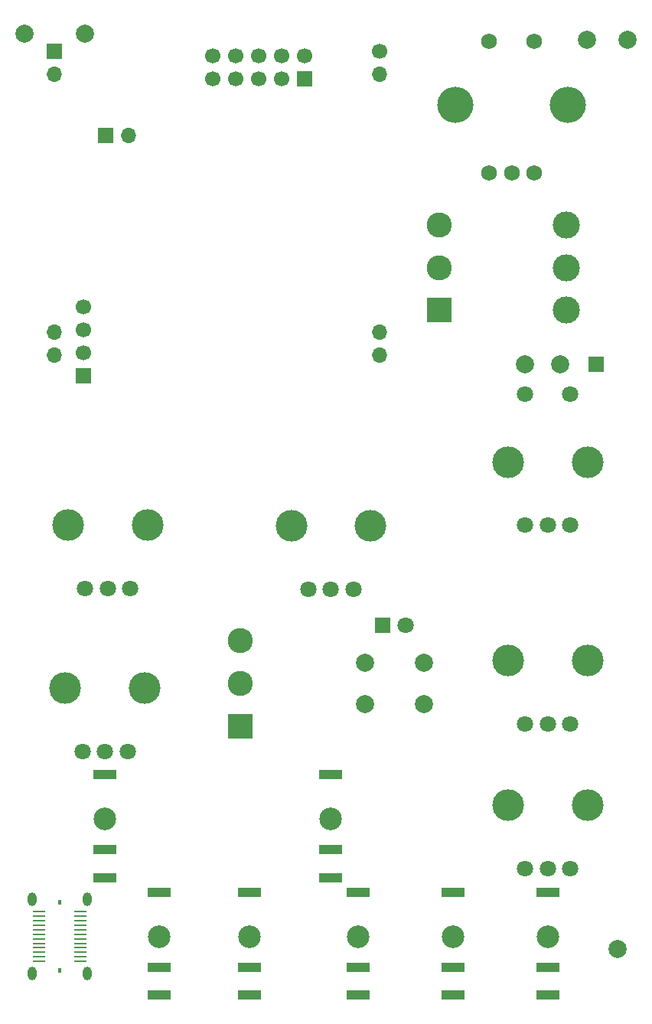
<source format=gbr>
%TF.GenerationSoftware,KiCad,Pcbnew,8.0.1*%
%TF.CreationDate,2024-04-09T18:56:42+01:00*%
%TF.ProjectId,Kishoof_Components,4b697368-6f6f-4665-9f43-6f6d706f6e65,rev?*%
%TF.SameCoordinates,Original*%
%TF.FileFunction,Soldermask,Top*%
%TF.FilePolarity,Negative*%
%FSLAX46Y46*%
G04 Gerber Fmt 4.6, Leading zero omitted, Abs format (unit mm)*
G04 Created by KiCad (PCBNEW 8.0.1) date 2024-04-09 18:56:42*
%MOMM*%
%LPD*%
G01*
G04 APERTURE LIST*
%ADD10C,2.500000*%
%ADD11R,2.500000X1.000000*%
%ADD12O,0.400000X0.600000*%
%ADD13R,1.400000X0.270000*%
%ADD14O,1.000000X1.500000*%
%ADD15R,1.800000X1.800000*%
%ADD16C,1.800000*%
%ADD17C,1.750000*%
%ADD18O,4.000000X4.000000*%
%ADD19C,3.500000*%
%ADD20C,2.000000*%
%ADD21C,3.000000*%
%ADD22R,1.700000X1.700000*%
%ADD23O,1.700000X1.700000*%
%ADD24C,1.700000*%
%ADD25R,2.775000X2.775000*%
%ADD26C,2.775000*%
G04 APERTURE END LIST*
D10*
%TO.C,J7*%
X94000000Y-141000000D03*
D11*
X94000000Y-147480000D03*
X94000000Y-144380000D03*
X94000000Y-136080000D03*
%TD*%
D12*
%TO.C,J10*%
X61000000Y-144775000D03*
X61000000Y-137225000D03*
D13*
X58700000Y-143750000D03*
X58700000Y-143250000D03*
X58700000Y-142750000D03*
X58700000Y-142250000D03*
X58700000Y-141750000D03*
X58700000Y-141250000D03*
X58700000Y-140750000D03*
X58700000Y-140250000D03*
X58700000Y-139750000D03*
X58700000Y-139250000D03*
X58700000Y-138750000D03*
X58700000Y-138250000D03*
X63300000Y-138250000D03*
X63300000Y-138750000D03*
X63300000Y-139250000D03*
X63300000Y-139750000D03*
X63300000Y-140250000D03*
X63300000Y-140750000D03*
X63300000Y-141250000D03*
X63300000Y-141750000D03*
X63300000Y-142250000D03*
X63300000Y-142750000D03*
X63300000Y-143250000D03*
X63300000Y-143750000D03*
D14*
X57930000Y-145100000D03*
X64070000Y-145100000D03*
X57930000Y-136900000D03*
X64070000Y-136900000D03*
%TD*%
D10*
%TO.C,J9*%
X82000000Y-141000000D03*
D11*
X82000000Y-147480000D03*
X82000000Y-144380000D03*
X82000000Y-136080000D03*
%TD*%
D10*
%TO.C,J5*%
X115000000Y-141000000D03*
D11*
X115000000Y-147480000D03*
X115000000Y-144380000D03*
X115000000Y-136080000D03*
%TD*%
D15*
%TO.C,D4*%
X96700000Y-106600000D03*
D16*
X99240000Y-106600000D03*
%TD*%
D17*
%TO.C,SW5*%
X108500000Y-56500000D03*
X113500000Y-56500000D03*
X111000000Y-56500000D03*
X108500000Y-42000000D03*
X113500000Y-42000000D03*
D18*
X104800000Y-49000000D03*
X117200000Y-49000000D03*
%TD*%
D19*
%TO.C,WarpType1*%
X110600000Y-88500000D03*
X119400000Y-88500000D03*
D16*
X117500000Y-95500000D03*
X115000000Y-95500000D03*
X112500000Y-95500000D03*
X112500000Y-81000000D03*
X117500000Y-81000000D03*
%TD*%
D10*
%TO.C,J6*%
X104500000Y-141000000D03*
D11*
X104500000Y-147480000D03*
X104500000Y-144380000D03*
X104500000Y-136080000D03*
%TD*%
D19*
%TO.C,WavetableBPot1*%
X86600000Y-95600000D03*
X95400000Y-95600000D03*
D16*
X93500000Y-102600000D03*
X91000000Y-102600000D03*
X88500000Y-102600000D03*
%TD*%
D19*
%TO.C,WarpAmtTrm1*%
X110600000Y-126500000D03*
X119400000Y-126500000D03*
D16*
X117500000Y-133500000D03*
X115000000Y-133500000D03*
X112500000Y-133500000D03*
%TD*%
D10*
%TO.C,J8*%
X72000000Y-141000000D03*
D11*
X72000000Y-147480000D03*
X72000000Y-144380000D03*
X72000000Y-136080000D03*
%TD*%
D20*
%TO.C,SW1*%
X94750000Y-110750000D03*
X101250000Y-110750000D03*
X94750000Y-115250000D03*
X101250000Y-115250000D03*
%TD*%
D21*
%TO.C,SW2*%
X117000000Y-71700000D03*
X117000000Y-67000000D03*
X117000000Y-62300000D03*
%TD*%
D10*
%TO.C,J3*%
X66000000Y-128000000D03*
D11*
X66000000Y-134480000D03*
X66000000Y-131380000D03*
X66000000Y-123080000D03*
%TD*%
D22*
%TO.C,U10*%
X60400000Y-43100000D03*
D23*
X60400000Y-45640000D03*
D24*
X96400000Y-43100000D03*
D23*
X96400000Y-45640000D03*
X60400000Y-74100000D03*
X60400000Y-76640000D03*
X96400000Y-74100000D03*
X96400000Y-76640000D03*
%TD*%
D19*
%TO.C,WavetableATrm1*%
X61600000Y-113500000D03*
X70400000Y-113500000D03*
D16*
X68500000Y-120500000D03*
X66000000Y-120500000D03*
X63500000Y-120500000D03*
%TD*%
D19*
%TO.C,WavetableAPot1*%
X61912500Y-95500000D03*
X70712500Y-95500000D03*
D16*
X68812500Y-102500000D03*
X66312500Y-102500000D03*
X63812500Y-102500000D03*
%TD*%
D25*
%TO.C,SW4*%
X81000000Y-117700000D03*
D26*
X81000000Y-113000000D03*
X81000000Y-108300000D03*
%TD*%
D10*
%TO.C,J4*%
X91000000Y-128000000D03*
D11*
X91000000Y-134480000D03*
X91000000Y-131380000D03*
X91000000Y-123080000D03*
%TD*%
D19*
%TO.C,WarpAmtPot1*%
X110600000Y-110500000D03*
X119400000Y-110500000D03*
D16*
X117500000Y-117500000D03*
X115000000Y-117500000D03*
X112500000Y-117500000D03*
%TD*%
D25*
%TO.C,SW3*%
X103000000Y-71700000D03*
D26*
X103000000Y-67000000D03*
X103000000Y-62300000D03*
%TD*%
D20*
%TO.C,TP8*%
X57100000Y-41100000D03*
%TD*%
%TO.C,TP6*%
X112500000Y-77700000D03*
%TD*%
D22*
%TO.C,J12*%
X120300000Y-77700000D03*
%TD*%
D20*
%TO.C,TP5*%
X116400000Y-77700000D03*
%TD*%
%TO.C,TP2*%
X63800000Y-41150000D03*
%TD*%
%TO.C,TP3*%
X123800000Y-41800000D03*
%TD*%
%TO.C,TP7*%
X119300000Y-41800000D03*
%TD*%
D22*
%TO.C,J2*%
X88100000Y-46075000D03*
D24*
X88100000Y-43535000D03*
X85560000Y-46075000D03*
X85560000Y-43535000D03*
X83020000Y-46075000D03*
X83020000Y-43535000D03*
X80480000Y-46075000D03*
X80480000Y-43535000D03*
X77940000Y-46075000D03*
X77940000Y-43535000D03*
%TD*%
D22*
%TO.C,J11*%
X66025000Y-52400000D03*
D23*
X68565000Y-52400000D03*
%TD*%
D20*
%TO.C,TP4*%
X122700000Y-142400000D03*
%TD*%
D22*
%TO.C,J1*%
X63600000Y-79000000D03*
D24*
X63600000Y-76460000D03*
X63600000Y-73920000D03*
X63600000Y-71380000D03*
%TD*%
M02*

</source>
